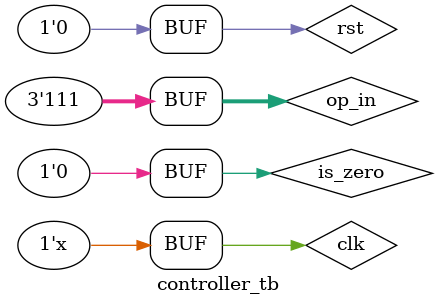
<source format=sv>
`timescale 1ns / 1ps

module controller_tb(

    );
    
       logic clk, rst;
       logic [2:0] op_in;
       logic is_zero;
       logic [2:0] op_out;
       logic sel, rd, ld_ir, halt, inc_pc, ld_ac, ld_pc, wr, data_e;           //default control signals
       logic load, addr_mux;
        
        controller dut (clk, rst,op_in,is_zero,op_out, sel, rd, ld_ir, halt, inc_pc, ld_ac, ld_pc, wr, data_e,load, addr_mux);
        parameter logic [2:0] 
                        HLT  = 3'b000,
                        SKZ  = 3'b001,
                        ADD_ = 3'b010,
                        AND_ = 3'b011,
                        XOR_ = 3'b100,
                        LDA_ = 3'b101,
                        STO  = 3'b110,
                        JMP  = 3'b111;
        initial begin
               rst = 0;
               clk = 0; 
       end
       always #10 clk = ~clk;
       initial begin
                // Reset to initial values
                rst = 1;
                #20;
                rst = 0;
                
                // HLT
                #60;
                op_in = HLT;
                is_zero =  0;
                #100;        
                
                //SKZ
                #60;
                op_in = SKZ;
                is_zero =  0;
                #100;   
                
                //SKZ
                #60;
                op_in = SKZ;
                is_zero =  1;
                #100;   
                
                //ADD_
                #60;
                op_in = ADD_;
                is_zero =  0;
                #100;   
                
                //AND_
                #60;
                op_in = AND_;
                is_zero =  0;
                #100;  
                
                //XOR_
                #60;
                op_in = XOR_;
                is_zero =  0;
                #100;   
                
                //LDA_
                #60;
                op_in = LDA_;
                is_zero =  0;
                #100;   
                
                //STO
                #60;
                op_in = STO;
                is_zero =  0;
                #100;   
                
                 //JMP
                #60;
                op_in = JMP;
                is_zero =  0;
                #100;   
                
       end
       
       
endmodule       

</source>
